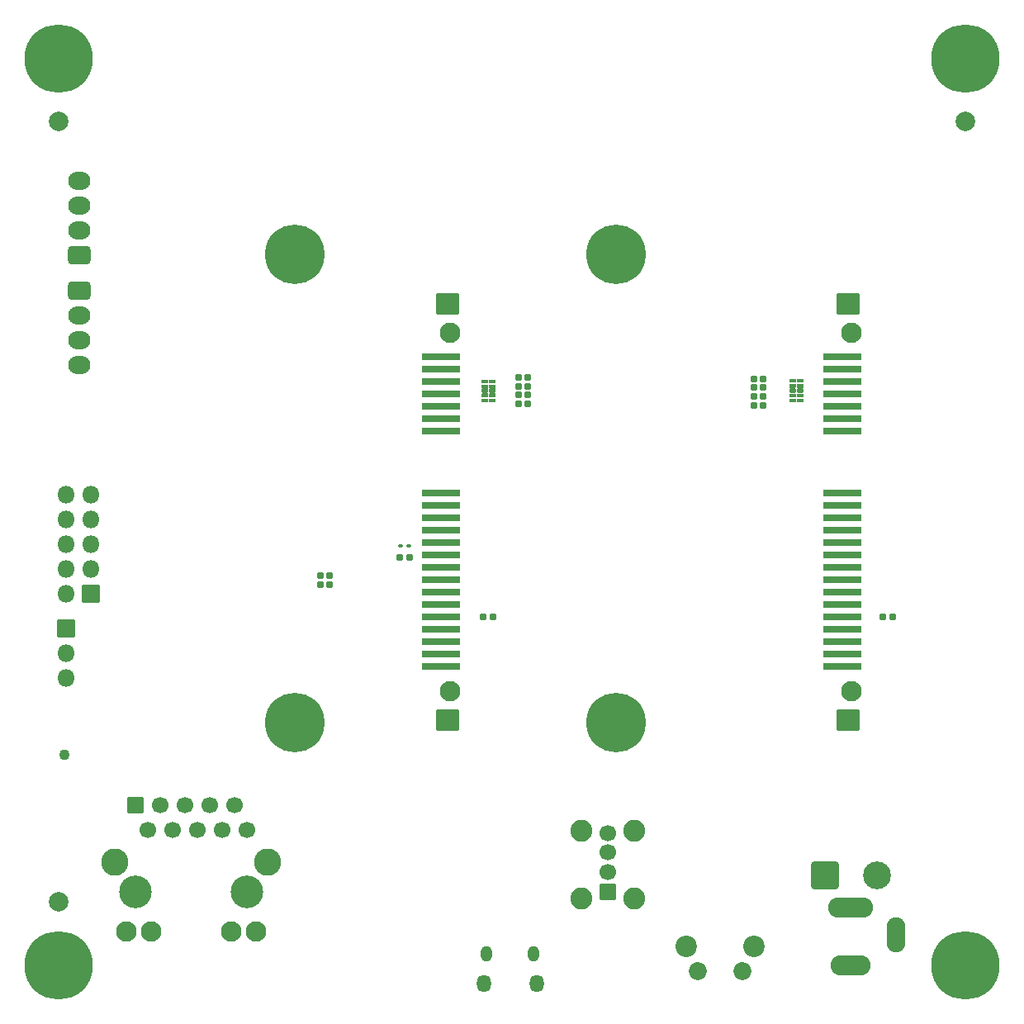
<source format=gbs>
%TF.GenerationSoftware,KiCad,Pcbnew,(5.99.0-12650-g5c402a64ab)*%
%TF.CreationDate,2021-10-24T00:02:36+01:00*%
%TF.ProjectId,Pintry-X2,50696e74-7279-42d5-9832-2e6b69636164,rev?*%
%TF.SameCoordinates,Original*%
%TF.FileFunction,Soldermask,Bot*%
%TF.FilePolarity,Negative*%
%FSLAX46Y46*%
G04 Gerber Fmt 4.6, Leading zero omitted, Abs format (unit mm)*
G04 Created by KiCad (PCBNEW (5.99.0-12650-g5c402a64ab)) date 2021-10-24 00:02:36*
%MOMM*%
%LPD*%
G01*
G04 APERTURE LIST*
G04 Aperture macros list*
%AMRoundRect*
0 Rectangle with rounded corners*
0 $1 Rounding radius*
0 $2 $3 $4 $5 $6 $7 $8 $9 X,Y pos of 4 corners*
0 Add a 4 corners polygon primitive as box body*
4,1,4,$2,$3,$4,$5,$6,$7,$8,$9,$2,$3,0*
0 Add four circle primitives for the rounded corners*
1,1,$1+$1,$2,$3*
1,1,$1+$1,$4,$5*
1,1,$1+$1,$6,$7*
1,1,$1+$1,$8,$9*
0 Add four rect primitives between the rounded corners*
20,1,$1+$1,$2,$3,$4,$5,0*
20,1,$1+$1,$4,$5,$6,$7,0*
20,1,$1+$1,$6,$7,$8,$9,0*
20,1,$1+$1,$8,$9,$2,$3,0*%
G04 Aperture macros list end*
%ADD10RoundRect,0.300000X-1.125000X-1.125000X1.125000X-1.125000X1.125000X1.125000X-1.125000X1.125000X0*%
%ADD11C,2.850000*%
%ADD12C,7.000000*%
%ADD13O,1.450000X1.800000*%
%ADD14O,1.200000X1.600000*%
%ADD15C,2.200000*%
%ADD16C,1.850000*%
%ADD17RoundRect,0.050000X0.850000X0.850000X-0.850000X0.850000X-0.850000X-0.850000X0.850000X-0.850000X0*%
%ADD18O,1.800000X1.800000*%
%ADD19C,6.100000*%
%ADD20C,3.350000*%
%ADD21RoundRect,0.050000X-0.800000X-0.800000X0.800000X-0.800000X0.800000X0.800000X-0.800000X0.800000X0*%
%ADD22C,1.700000*%
%ADD23C,2.100000*%
%ADD24C,2.800000*%
%ADD25O,4.600000X2.100000*%
%ADD26O,4.100000X2.100000*%
%ADD27O,1.900000X3.600000*%
%ADD28RoundRect,0.300000X-0.845000X0.620000X-0.845000X-0.620000X0.845000X-0.620000X0.845000X0.620000X0*%
%ADD29O,2.290000X1.840000*%
%ADD30RoundRect,0.050000X-0.850000X-0.850000X0.850000X-0.850000X0.850000X0.850000X-0.850000X0.850000X0*%
%ADD31RoundRect,0.050000X0.800000X-0.800000X0.800000X0.800000X-0.800000X0.800000X-0.800000X-0.800000X0*%
%ADD32C,2.250000*%
%ADD33RoundRect,0.050000X-1.100000X1.050000X-1.100000X-1.050000X1.100000X-1.050000X1.100000X1.050000X0*%
%ADD34RoundRect,0.050000X-1.900000X0.300000X-1.900000X-0.300000X1.900000X-0.300000X1.900000X0.300000X0*%
%ADD35C,2.000000*%
%ADD36RoundRect,0.190000X0.140000X0.170000X-0.140000X0.170000X-0.140000X-0.170000X0.140000X-0.170000X0*%
%ADD37RoundRect,0.190000X-0.140000X-0.170000X0.140000X-0.170000X0.140000X0.170000X-0.140000X0.170000X0*%
%ADD38RoundRect,0.050000X-0.275000X0.150000X-0.275000X-0.150000X0.275000X-0.150000X0.275000X0.150000X0*%
%ADD39RoundRect,0.050000X-0.275000X0.200000X-0.275000X-0.200000X0.275000X-0.200000X0.275000X0.200000X0*%
%ADD40RoundRect,0.050000X0.180000X0.125000X-0.180000X0.125000X-0.180000X-0.125000X0.180000X-0.125000X0*%
%ADD41C,1.100000*%
%ADD42RoundRect,0.300000X0.845000X-0.620000X0.845000X0.620000X-0.845000X0.620000X-0.845000X-0.620000X0*%
%ADD43RoundRect,0.185000X-0.135000X-0.185000X0.135000X-0.185000X0.135000X0.185000X-0.135000X0.185000X0*%
G04 APERTURE END LIST*
D10*
%TO.C,J12*%
X152050000Y-197250000D03*
D11*
X157450000Y-197250000D03*
%TD*%
D12*
%TO.C,H3*%
X166500000Y-113500000D03*
%TD*%
D13*
%TO.C,J1*%
X117085000Y-208315000D03*
X122545000Y-208315000D03*
D14*
X122235000Y-205315000D03*
X117395000Y-205315000D03*
%TD*%
D15*
%TO.C,SW1*%
X137825000Y-204577500D03*
X144835000Y-204577500D03*
D16*
X143585000Y-207067500D03*
X139085000Y-207067500D03*
%TD*%
D12*
%TO.C,H4*%
X73500000Y-113500000D03*
%TD*%
%TO.C,H2*%
X73500000Y-206500000D03*
%TD*%
%TO.C,H1*%
X166500000Y-206500000D03*
%TD*%
D17*
%TO.C,J6*%
X76775000Y-168375000D03*
D18*
X74235000Y-168375000D03*
X76775000Y-165835000D03*
X74235000Y-165835000D03*
X76775000Y-163295000D03*
X74235000Y-163295000D03*
X76775000Y-160755000D03*
X74235000Y-160755000D03*
X76775000Y-158215000D03*
X74235000Y-158215000D03*
%TD*%
D19*
%TO.C,Module1*%
X130700000Y-133600000D03*
X97700000Y-181600000D03*
X97700000Y-133600000D03*
X130700000Y-181600000D03*
%TD*%
D20*
%TO.C,J3*%
X92815000Y-198925000D03*
X81385000Y-198925000D03*
D21*
X81385000Y-190035000D03*
D22*
X82655000Y-192575000D03*
X83925000Y-190035000D03*
X85195000Y-192575000D03*
X86465000Y-190035000D03*
X87735000Y-192575000D03*
X89005000Y-190035000D03*
X90275000Y-192575000D03*
X91545000Y-190035000D03*
X92815000Y-192575000D03*
D23*
X80455000Y-202985000D03*
X83005000Y-202985000D03*
X91205000Y-202985000D03*
X93755000Y-202985000D03*
D24*
X94955000Y-195875000D03*
X79245000Y-195875000D03*
%TD*%
D25*
%TO.C,J11*%
X154700000Y-200550000D03*
D26*
X154700000Y-206450000D03*
D27*
X159400000Y-203350000D03*
%TD*%
D28*
%TO.C,J8*%
X75650000Y-137300000D03*
D29*
X75650000Y-139840000D03*
X75650000Y-142380000D03*
X75650000Y-144920000D03*
%TD*%
D30*
%TO.C,J5*%
X74250000Y-171960000D03*
D18*
X74250000Y-174500000D03*
X74250000Y-177040000D03*
%TD*%
D31*
%TO.C,J2*%
X129790000Y-198930000D03*
D22*
X129790000Y-196930000D03*
X129790000Y-194930000D03*
X129790000Y-192930000D03*
D32*
X132510000Y-192660000D03*
X127070000Y-192660000D03*
X127070000Y-199660000D03*
X132510000Y-199660000D03*
%TD*%
D23*
%TO.C,J10*%
X154750000Y-178400000D03*
X154750000Y-141600000D03*
D33*
X154450000Y-138650000D03*
X154450000Y-181350000D03*
D34*
X153850000Y-158095000D03*
X153850000Y-159365000D03*
X153850000Y-160635000D03*
X153850000Y-161905000D03*
X153850000Y-163175000D03*
X153850000Y-164445000D03*
X153850000Y-165715000D03*
X153850000Y-166985000D03*
X153850000Y-168255000D03*
X153850000Y-169525000D03*
X153850000Y-170795000D03*
X153850000Y-172065000D03*
X153850000Y-173335000D03*
X153850000Y-174605000D03*
X153850000Y-175875000D03*
X153850000Y-144125000D03*
X153850000Y-145395000D03*
X153850000Y-146665000D03*
X153850000Y-147935000D03*
X153850000Y-149205000D03*
X153850000Y-150475000D03*
X153850000Y-151745000D03*
%TD*%
D35*
%TO.C,FID6*%
X73500000Y-120000000D03*
%TD*%
D36*
%TO.C,C48*%
X121600000Y-148900000D03*
X120640000Y-148900000D03*
%TD*%
%TO.C,C47*%
X121600000Y-148000000D03*
X120640000Y-148000000D03*
%TD*%
D37*
%TO.C,C53*%
X144770000Y-148150000D03*
X145730000Y-148150000D03*
%TD*%
%TO.C,C52*%
X144770000Y-147250000D03*
X145730000Y-147250000D03*
%TD*%
D23*
%TO.C,J9*%
X113650000Y-178400000D03*
X113650000Y-141600000D03*
D33*
X113350000Y-138650000D03*
X113350000Y-181350000D03*
D34*
X112750000Y-158095000D03*
X112750000Y-159365000D03*
X112750000Y-160635000D03*
X112750000Y-161905000D03*
X112750000Y-163175000D03*
X112750000Y-164445000D03*
X112750000Y-165715000D03*
X112750000Y-166985000D03*
X112750000Y-168255000D03*
X112750000Y-169525000D03*
X112750000Y-170795000D03*
X112750000Y-172065000D03*
X112750000Y-173335000D03*
X112750000Y-174605000D03*
X112750000Y-175875000D03*
X112750000Y-144125000D03*
X112750000Y-145395000D03*
X112750000Y-146665000D03*
X112750000Y-147935000D03*
X112750000Y-149205000D03*
X112750000Y-150475000D03*
X112750000Y-151745000D03*
%TD*%
D38*
%TO.C,U11*%
X117985000Y-146600000D03*
X117985000Y-147100000D03*
D39*
X117985000Y-147600000D03*
D38*
X117985000Y-148100000D03*
X117985000Y-148600000D03*
X117215000Y-148600000D03*
X117215000Y-148100000D03*
D39*
X117215000Y-147600000D03*
D38*
X117215000Y-147100000D03*
X117215000Y-146600000D03*
%TD*%
%TO.C,U12*%
X149535000Y-146550000D03*
X149535000Y-147050000D03*
D39*
X149535000Y-147550000D03*
D38*
X149535000Y-148050000D03*
X149535000Y-148550000D03*
X148765000Y-148550000D03*
X148765000Y-148050000D03*
D39*
X148765000Y-147550000D03*
D38*
X148765000Y-147050000D03*
X148765000Y-146550000D03*
%TD*%
D36*
%TO.C,C45*%
X121600000Y-146200000D03*
X120640000Y-146200000D03*
%TD*%
D40*
%TO.C,D20*%
X108580000Y-163450000D03*
X109420000Y-163450000D03*
%TD*%
D35*
%TO.C,FID2*%
X73500000Y-200000000D03*
%TD*%
D37*
%TO.C,C54*%
X144770000Y-149050000D03*
X145730000Y-149050000D03*
%TD*%
D41*
%TO.C,TP15*%
X74100000Y-184900000D03*
%TD*%
D37*
%TO.C,C41*%
X108520000Y-164625000D03*
X109480000Y-164625000D03*
%TD*%
D42*
%TO.C,J7*%
X75630000Y-133660000D03*
D29*
X75630000Y-131120000D03*
X75630000Y-128580000D03*
X75630000Y-126040000D03*
%TD*%
D37*
%TO.C,C1*%
X100320000Y-166500000D03*
X101280000Y-166500000D03*
%TD*%
D36*
%TO.C,C46*%
X121600000Y-147100000D03*
X120640000Y-147100000D03*
%TD*%
D43*
%TO.C,R34*%
X158040000Y-170800000D03*
X159060000Y-170800000D03*
%TD*%
%TO.C,R33*%
X116990000Y-170800000D03*
X118010000Y-170800000D03*
%TD*%
D37*
%TO.C,C3*%
X100320000Y-167450000D03*
X101280000Y-167450000D03*
%TD*%
%TO.C,C51*%
X144770000Y-146350000D03*
X145730000Y-146350000D03*
%TD*%
D35*
%TO.C,FID4*%
X166500000Y-120000000D03*
%TD*%
G36*
X118295264Y-147836618D02*
G01*
X118294931Y-147837860D01*
X118291543Y-147842931D01*
X118291841Y-147843536D01*
X118291508Y-147844516D01*
X118277375Y-147865669D01*
X118284562Y-147901795D01*
X118294445Y-147911678D01*
X118294963Y-147913610D01*
X118293549Y-147915024D01*
X118291920Y-147914755D01*
X118278355Y-147905691D01*
X118259801Y-147902000D01*
X117710199Y-147902000D01*
X117691646Y-147905691D01*
X117677843Y-147914914D01*
X117675848Y-147915045D01*
X117674736Y-147913382D01*
X117675069Y-147912140D01*
X117678457Y-147907069D01*
X117678159Y-147906464D01*
X117678492Y-147905484D01*
X117692625Y-147884331D01*
X117685438Y-147848205D01*
X117675555Y-147838322D01*
X117675037Y-147836390D01*
X117676451Y-147834976D01*
X117678080Y-147835245D01*
X117691645Y-147844309D01*
X117710199Y-147848000D01*
X118259801Y-147848000D01*
X118278354Y-147844309D01*
X118292157Y-147835086D01*
X118294152Y-147834955D01*
X118295264Y-147836618D01*
G37*
G36*
X117525264Y-147836618D02*
G01*
X117524931Y-147837860D01*
X117521543Y-147842931D01*
X117521841Y-147843536D01*
X117521508Y-147844516D01*
X117507375Y-147865669D01*
X117514562Y-147901795D01*
X117524445Y-147911678D01*
X117524963Y-147913610D01*
X117523549Y-147915024D01*
X117521920Y-147914755D01*
X117508355Y-147905691D01*
X117489801Y-147902000D01*
X116940199Y-147902000D01*
X116921646Y-147905691D01*
X116907843Y-147914914D01*
X116905848Y-147915045D01*
X116904736Y-147913382D01*
X116905069Y-147912140D01*
X116908457Y-147907069D01*
X116908159Y-147906464D01*
X116908492Y-147905484D01*
X116922625Y-147884331D01*
X116915438Y-147848205D01*
X116905555Y-147838322D01*
X116905037Y-147836390D01*
X116906451Y-147834976D01*
X116908080Y-147835245D01*
X116921645Y-147844309D01*
X116940199Y-147848000D01*
X117489801Y-147848000D01*
X117508354Y-147844309D01*
X117522157Y-147835086D01*
X117524152Y-147834955D01*
X117525264Y-147836618D01*
G37*
G36*
X149075264Y-147786618D02*
G01*
X149074931Y-147787860D01*
X149071543Y-147792931D01*
X149071841Y-147793536D01*
X149071508Y-147794516D01*
X149057375Y-147815669D01*
X149064562Y-147851795D01*
X149074445Y-147861678D01*
X149074963Y-147863610D01*
X149073549Y-147865024D01*
X149071920Y-147864755D01*
X149058355Y-147855691D01*
X149039801Y-147852000D01*
X148490199Y-147852000D01*
X148471646Y-147855691D01*
X148457843Y-147864914D01*
X148455848Y-147865045D01*
X148454736Y-147863382D01*
X148455069Y-147862140D01*
X148458457Y-147857069D01*
X148458159Y-147856464D01*
X148458492Y-147855484D01*
X148472625Y-147834331D01*
X148465438Y-147798205D01*
X148455555Y-147788322D01*
X148455037Y-147786390D01*
X148456451Y-147784976D01*
X148458080Y-147785245D01*
X148471645Y-147794309D01*
X148490199Y-147798000D01*
X149039801Y-147798000D01*
X149058354Y-147794309D01*
X149072157Y-147785086D01*
X149074152Y-147784955D01*
X149075264Y-147786618D01*
G37*
G36*
X149845264Y-147786618D02*
G01*
X149844931Y-147787860D01*
X149841543Y-147792931D01*
X149841841Y-147793536D01*
X149841508Y-147794516D01*
X149827375Y-147815669D01*
X149834562Y-147851795D01*
X149844445Y-147861678D01*
X149844963Y-147863610D01*
X149843549Y-147865024D01*
X149841920Y-147864755D01*
X149828355Y-147855691D01*
X149809801Y-147852000D01*
X149260199Y-147852000D01*
X149241646Y-147855691D01*
X149227843Y-147864914D01*
X149225848Y-147865045D01*
X149224736Y-147863382D01*
X149225069Y-147862140D01*
X149228457Y-147857069D01*
X149228159Y-147856464D01*
X149228492Y-147855484D01*
X149242625Y-147834331D01*
X149235438Y-147798205D01*
X149225555Y-147788322D01*
X149225037Y-147786390D01*
X149226451Y-147784976D01*
X149228080Y-147785245D01*
X149241645Y-147794309D01*
X149260199Y-147798000D01*
X149809801Y-147798000D01*
X149828354Y-147794309D01*
X149842157Y-147785086D01*
X149844152Y-147784955D01*
X149845264Y-147786618D01*
G37*
G36*
X117525264Y-147286618D02*
G01*
X117524931Y-147287860D01*
X117521543Y-147292931D01*
X117521841Y-147293536D01*
X117521508Y-147294516D01*
X117507375Y-147315669D01*
X117514562Y-147351795D01*
X117524445Y-147361678D01*
X117524963Y-147363610D01*
X117523549Y-147365024D01*
X117521920Y-147364755D01*
X117508355Y-147355691D01*
X117489801Y-147352000D01*
X116940199Y-147352000D01*
X116921646Y-147355691D01*
X116907843Y-147364914D01*
X116905848Y-147365045D01*
X116904736Y-147363382D01*
X116905069Y-147362140D01*
X116908457Y-147357069D01*
X116908159Y-147356464D01*
X116908492Y-147355484D01*
X116922625Y-147334331D01*
X116915438Y-147298205D01*
X116905555Y-147288322D01*
X116905037Y-147286390D01*
X116906451Y-147284976D01*
X116908080Y-147285245D01*
X116921645Y-147294309D01*
X116940199Y-147298000D01*
X117489801Y-147298000D01*
X117508354Y-147294309D01*
X117522157Y-147285086D01*
X117524152Y-147284955D01*
X117525264Y-147286618D01*
G37*
G36*
X118295264Y-147286618D02*
G01*
X118294931Y-147287860D01*
X118291543Y-147292931D01*
X118291841Y-147293536D01*
X118291508Y-147294516D01*
X118277375Y-147315669D01*
X118284562Y-147351795D01*
X118294445Y-147361678D01*
X118294963Y-147363610D01*
X118293549Y-147365024D01*
X118291920Y-147364755D01*
X118278355Y-147355691D01*
X118259801Y-147352000D01*
X117710199Y-147352000D01*
X117691646Y-147355691D01*
X117677843Y-147364914D01*
X117675848Y-147365045D01*
X117674736Y-147363382D01*
X117675069Y-147362140D01*
X117678457Y-147357069D01*
X117678159Y-147356464D01*
X117678492Y-147355484D01*
X117692625Y-147334331D01*
X117685438Y-147298205D01*
X117675555Y-147288322D01*
X117675037Y-147286390D01*
X117676451Y-147284976D01*
X117678080Y-147285245D01*
X117691645Y-147294309D01*
X117710199Y-147298000D01*
X118259801Y-147298000D01*
X118278354Y-147294309D01*
X118292157Y-147285086D01*
X118294152Y-147284955D01*
X118295264Y-147286618D01*
G37*
G36*
X149075264Y-147236618D02*
G01*
X149074931Y-147237860D01*
X149071543Y-147242931D01*
X149071841Y-147243536D01*
X149071508Y-147244516D01*
X149057375Y-147265669D01*
X149064562Y-147301795D01*
X149074445Y-147311678D01*
X149074963Y-147313610D01*
X149073549Y-147315024D01*
X149071920Y-147314755D01*
X149058355Y-147305691D01*
X149039801Y-147302000D01*
X148490199Y-147302000D01*
X148471646Y-147305691D01*
X148457843Y-147314914D01*
X148455848Y-147315045D01*
X148454736Y-147313382D01*
X148455069Y-147312140D01*
X148458457Y-147307069D01*
X148458159Y-147306464D01*
X148458492Y-147305484D01*
X148472625Y-147284331D01*
X148465438Y-147248205D01*
X148455555Y-147238322D01*
X148455037Y-147236390D01*
X148456451Y-147234976D01*
X148458080Y-147235245D01*
X148471645Y-147244309D01*
X148490199Y-147248000D01*
X149039801Y-147248000D01*
X149058354Y-147244309D01*
X149072157Y-147235086D01*
X149074152Y-147234955D01*
X149075264Y-147236618D01*
G37*
G36*
X149845264Y-147236618D02*
G01*
X149844931Y-147237860D01*
X149841543Y-147242931D01*
X149841841Y-147243536D01*
X149841508Y-147244516D01*
X149827375Y-147265669D01*
X149834562Y-147301795D01*
X149844445Y-147311678D01*
X149844963Y-147313610D01*
X149843549Y-147315024D01*
X149841920Y-147314755D01*
X149828355Y-147305691D01*
X149809801Y-147302000D01*
X149260199Y-147302000D01*
X149241646Y-147305691D01*
X149227843Y-147314914D01*
X149225848Y-147315045D01*
X149224736Y-147313382D01*
X149225069Y-147312140D01*
X149228457Y-147307069D01*
X149228159Y-147306464D01*
X149228492Y-147305484D01*
X149242625Y-147284331D01*
X149235438Y-147248205D01*
X149225555Y-147238322D01*
X149225037Y-147236390D01*
X149226451Y-147234976D01*
X149228080Y-147235245D01*
X149241645Y-147244309D01*
X149260199Y-147248000D01*
X149809801Y-147248000D01*
X149828354Y-147244309D01*
X149842157Y-147235086D01*
X149844152Y-147234955D01*
X149845264Y-147236618D01*
G37*
M02*

</source>
